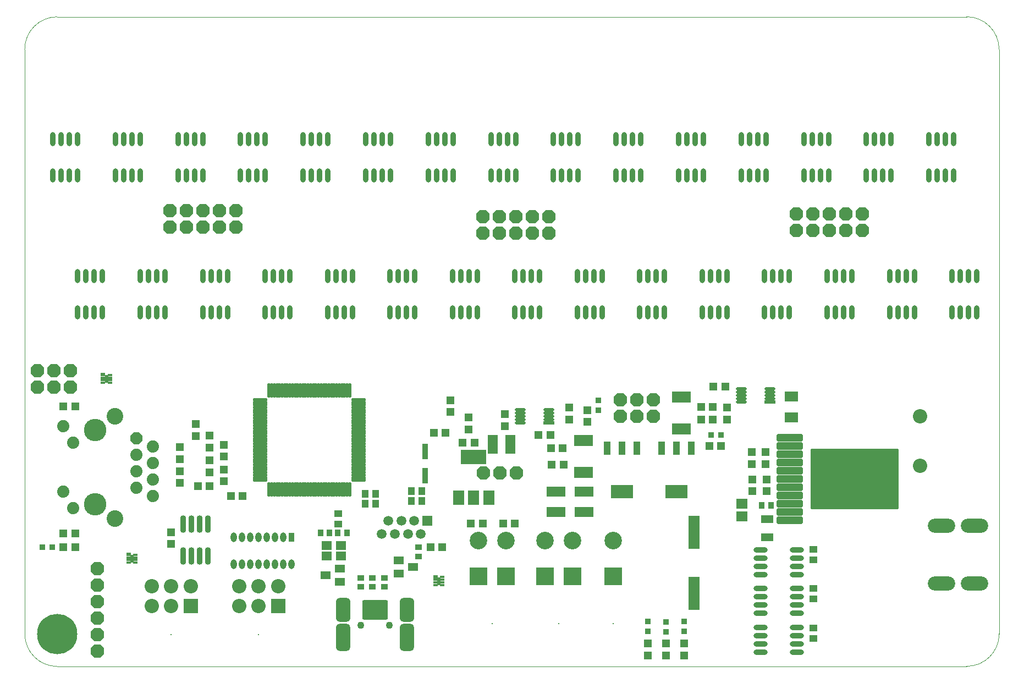
<source format=gts>
G04 Layer_Color=8388736*
%FSLAX44Y44*%
%MOMM*%
G71*
G01*
G75*
%ADD36R,1.0000X0.9000*%
%ADD63C,0.1000*%
%ADD73P,2.0345X8X292.5*%
%ADD90R,3.1750X3.0480*%
%ADD91R,0.5532X1.3032*%
%ADD92R,0.6532X0.5532*%
%ADD93R,0.6532X0.4532*%
G04:AMPARAMS|DCode=94|XSize=1.1032mm|YSize=4.1032mm|CornerRadius=0.1511mm|HoleSize=0mm|Usage=FLASHONLY|Rotation=90.000|XOffset=0mm|YOffset=0mm|HoleType=Round|Shape=RoundedRectangle|*
%AMROUNDEDRECTD94*
21,1,1.1032,3.8010,0,0,90.0*
21,1,0.8010,4.1032,0,0,90.0*
1,1,0.3022,1.9005,0.4005*
1,1,0.3022,1.9005,-0.4005*
1,1,0.3022,-1.9005,-0.4005*
1,1,0.3022,-1.9005,0.4005*
%
%ADD94ROUNDEDRECTD94*%
G04:AMPARAMS|DCode=95|XSize=9.3292mm|YSize=13.5732mm|CornerRadius=0.1472mm|HoleSize=0mm|Usage=FLASHONLY|Rotation=90.000|XOffset=0mm|YOffset=0mm|HoleType=Round|Shape=RoundedRectangle|*
%AMROUNDEDRECTD95*
21,1,9.3292,13.2787,0,0,90.0*
21,1,9.0347,13.5732,0,0,90.0*
1,1,0.2945,6.6394,4.5174*
1,1,0.2945,6.6394,-4.5174*
1,1,0.2945,-6.6394,-4.5174*
1,1,0.2945,-6.6394,4.5174*
%
%ADD95ROUNDEDRECTD95*%
%ADD96O,2.2032X0.8032*%
%ADD97O,0.8032X2.2032*%
%ADD98R,1.3032X1.3032*%
%ADD99R,1.8032X5.2032*%
%ADD100R,1.3032X1.3032*%
%ADD101R,0.9652X0.9652*%
%ADD102R,3.0032X1.6532*%
%ADD103R,1.6532X0.5032*%
%ADD104O,1.6532X0.5032*%
%ADD105R,0.9652X0.9652*%
%ADD106R,1.5032X1.2032*%
%ADD107R,1.5032X1.2032*%
%ADD108R,0.8532X2.4032*%
%ADD109O,0.9032X2.7032*%
%ADD110O,2.3032X0.5032*%
%ADD111O,0.5032X2.3032*%
%ADD112R,1.7532X1.5532*%
%ADD113R,1.9032X1.1532*%
%ADD114R,2.1032X1.5532*%
%ADD115R,0.9032X1.1032*%
%ADD116R,1.2032X1.1032*%
%ADD117R,1.6032X1.4032*%
%ADD118R,1.1032X2.1032*%
%ADD119R,3.4032X2.1032*%
G04:AMPARAMS|DCode=120|XSize=3.0032mm|YSize=0.7032mm|CornerRadius=0.2266mm|HoleSize=0mm|Usage=FLASHONLY|Rotation=270.000|XOffset=0mm|YOffset=0mm|HoleType=Round|Shape=RoundedRectangle|*
%AMROUNDEDRECTD120*
21,1,3.0032,0.2500,0,0,270.0*
21,1,2.5500,0.7032,0,0,270.0*
1,1,0.4532,-0.1250,-1.2750*
1,1,0.4532,-0.1250,1.2750*
1,1,0.4532,0.1250,1.2750*
1,1,0.4532,0.1250,-1.2750*
%
%ADD120ROUNDEDRECTD120*%
G04:AMPARAMS|DCode=121|XSize=3.7032mm|YSize=2.2532mm|CornerRadius=0.6141mm|HoleSize=0mm|Usage=FLASHONLY|Rotation=270.000|XOffset=0mm|YOffset=0mm|HoleType=Round|Shape=RoundedRectangle|*
%AMROUNDEDRECTD121*
21,1,3.7032,1.0250,0,0,270.0*
21,1,2.4750,2.2532,0,0,270.0*
1,1,1.2282,-0.5125,-1.2375*
1,1,1.2282,-0.5125,1.2375*
1,1,1.2282,0.5125,1.2375*
1,1,1.2282,0.5125,-1.2375*
%
%ADD121ROUNDEDRECTD121*%
G04:AMPARAMS|DCode=122|XSize=4.2032mm|YSize=2.2532mm|CornerRadius=0.6141mm|HoleSize=0mm|Usage=FLASHONLY|Rotation=270.000|XOffset=0mm|YOffset=0mm|HoleType=Round|Shape=RoundedRectangle|*
%AMROUNDEDRECTD122*
21,1,4.2032,1.0250,0,0,270.0*
21,1,2.9750,2.2532,0,0,270.0*
1,1,1.2282,-0.5125,-1.4875*
1,1,1.2282,-0.5125,1.4875*
1,1,1.2282,0.5125,1.4875*
1,1,1.2282,0.5125,-1.4875*
%
%ADD122ROUNDEDRECTD122*%
G04:AMPARAMS|DCode=123|XSize=3.7032mm|YSize=2.2532mm|CornerRadius=0.6141mm|HoleSize=0mm|Usage=FLASHONLY|Rotation=270.000|XOffset=0mm|YOffset=0mm|HoleType=Round|Shape=RoundedRectangle|*
%AMROUNDEDRECTD123*
21,1,3.7032,1.0250,0,0,270.0*
21,1,2.4750,2.2532,0,0,270.0*
1,1,1.2282,-0.5125,-1.2375*
1,1,1.2282,-0.5125,1.2375*
1,1,1.2282,0.5125,1.2375*
1,1,1.2282,0.5125,-1.2375*
%
%ADD123ROUNDEDRECTD123*%
%ADD124R,1.1032X1.2032*%
%ADD125R,1.6032X2.9032*%
%ADD126R,3.0032X1.5532*%
%ADD127O,0.9632X1.4732*%
%ADD128R,0.9632X1.4732*%
%ADD129R,4.0132X2.2352*%
%ADD130R,1.7272X2.2352*%
%ADD131C,2.2032*%
%ADD132C,1.5032*%
%ADD133R,1.5032X1.5032*%
%ADD134P,2.2544X8X202.5*%
%ADD135C,2.7032*%
%ADD136R,2.7032X2.7032*%
%ADD137C,0.2032*%
%ADD138O,4.2032X2.2032*%
%ADD139C,2.2032*%
%ADD140R,2.2032X2.2032*%
%ADD141P,2.2544X8X292.5*%
%ADD142C,1.1032*%
%ADD143C,6.2032*%
%ADD144C,2.5582*%
%ADD145C,1.8796*%
%ADD146C,3.4532*%
%ADD147C,0.8032*%
D36*
X605790Y-830580D02*
D03*
Y-816580D02*
D03*
X516890Y-877600D02*
D03*
Y-863600D02*
D03*
X534670D02*
D03*
Y-877600D02*
D03*
X553720D02*
D03*
Y-863600D02*
D03*
D63*
X1450128Y-999960D02*
G03*
X1500128Y-949960I0J50000D01*
G01*
X1499960Y-49872D02*
G03*
X1449960Y127I-50000J0D01*
G01*
X49872Y-40D02*
G03*
X-127Y-50040I0J-50000D01*
G01*
X40Y-950127D02*
G03*
X50040Y-1000127I50000J0D01*
G01*
X50000Y0D02*
X1450000D01*
X0Y-950000D02*
Y-50000D01*
X50000Y-1000000D02*
X1450000D01*
X1500000Y-950000D02*
Y-50000D01*
D73*
X171450Y-648970D02*
D03*
D90*
X539115Y-913130D02*
D03*
D91*
X165100Y-834390D02*
D03*
X125730Y-557530D02*
D03*
X637540Y-868680D02*
D03*
D92*
X159850Y-827890D02*
D03*
X120480Y-551030D02*
D03*
X632290Y-862180D02*
D03*
D93*
X170350Y-828390D02*
D03*
X159850Y-832390D02*
D03*
Y-836390D02*
D03*
Y-840390D02*
D03*
X170350D02*
D03*
Y-836390D02*
D03*
Y-832390D02*
D03*
X130980Y-555530D02*
D03*
Y-559530D02*
D03*
Y-563530D02*
D03*
X120480D02*
D03*
Y-559530D02*
D03*
Y-555530D02*
D03*
X130980Y-551530D02*
D03*
X642790Y-866680D02*
D03*
Y-870680D02*
D03*
Y-874680D02*
D03*
X632290D02*
D03*
Y-870680D02*
D03*
Y-866680D02*
D03*
X642790Y-862680D02*
D03*
D94*
X1177760Y-647700D02*
D03*
Y-660400D02*
D03*
Y-673100D02*
D03*
Y-685800D02*
D03*
Y-698500D02*
D03*
Y-711200D02*
D03*
Y-723900D02*
D03*
Y-736600D02*
D03*
Y-749300D02*
D03*
Y-762000D02*
D03*
Y-774700D02*
D03*
D95*
X1277260Y-711200D02*
D03*
D96*
X1132840Y-977900D02*
D03*
X1188720Y-939800D02*
D03*
Y-977900D02*
D03*
X1132840Y-952500D02*
D03*
Y-939800D02*
D03*
X1188720Y-952500D02*
D03*
X1132840Y-965200D02*
D03*
X1188720D02*
D03*
X1132840Y-858520D02*
D03*
X1188720Y-820420D02*
D03*
Y-858520D02*
D03*
X1132840Y-833120D02*
D03*
Y-820420D02*
D03*
X1188720Y-833120D02*
D03*
X1132840Y-845820D02*
D03*
X1188720D02*
D03*
X1132840Y-918210D02*
D03*
X1188720Y-880110D02*
D03*
Y-918210D02*
D03*
X1132840Y-892810D02*
D03*
Y-880110D02*
D03*
X1188720Y-892810D02*
D03*
X1132840Y-905510D02*
D03*
X1188720D02*
D03*
D97*
X1430020Y-243840D02*
D03*
X1391920Y-187960D02*
D03*
X1430020D02*
D03*
X1404620Y-243840D02*
D03*
X1391920D02*
D03*
X1404620Y-187960D02*
D03*
X1417320Y-243840D02*
D03*
Y-187960D02*
D03*
X1427480Y-398780D02*
D03*
X1465580Y-454660D02*
D03*
X1427480D02*
D03*
X1452880Y-398780D02*
D03*
X1465580D02*
D03*
X1452880Y-454660D02*
D03*
X1440180Y-398780D02*
D03*
Y-454660D02*
D03*
X1333681Y-243840D02*
D03*
X1295581Y-187960D02*
D03*
X1333681D02*
D03*
X1308281Y-243840D02*
D03*
X1295581D02*
D03*
X1308281Y-187960D02*
D03*
X1320981Y-243840D02*
D03*
Y-187960D02*
D03*
X1331346Y-398780D02*
D03*
X1369446Y-454660D02*
D03*
X1331346D02*
D03*
X1356746Y-398780D02*
D03*
X1369446D02*
D03*
X1356746Y-454660D02*
D03*
X1344046Y-398780D02*
D03*
Y-454660D02*
D03*
X1237343Y-243840D02*
D03*
X1199243Y-187960D02*
D03*
X1237343D02*
D03*
X1211943Y-243840D02*
D03*
X1199243D02*
D03*
X1211943Y-187960D02*
D03*
X1224643Y-243840D02*
D03*
Y-187960D02*
D03*
X1235213Y-398780D02*
D03*
X1273313Y-454660D02*
D03*
X1235213D02*
D03*
X1260613Y-398780D02*
D03*
X1273313D02*
D03*
X1260613Y-454660D02*
D03*
X1247913Y-398780D02*
D03*
Y-454660D02*
D03*
X1141004Y-243840D02*
D03*
X1102904Y-187960D02*
D03*
X1141004D02*
D03*
X1115604Y-243840D02*
D03*
X1102904D02*
D03*
X1115604Y-187960D02*
D03*
X1128304Y-243840D02*
D03*
Y-187960D02*
D03*
X1139079Y-398780D02*
D03*
X1177179Y-454660D02*
D03*
X1139079D02*
D03*
X1164479Y-398780D02*
D03*
X1177179D02*
D03*
X1164479Y-454660D02*
D03*
X1151779Y-398780D02*
D03*
Y-454660D02*
D03*
X1044666Y-243840D02*
D03*
X1006566Y-187960D02*
D03*
X1044666D02*
D03*
X1019266Y-243840D02*
D03*
X1006566D02*
D03*
X1019266Y-187960D02*
D03*
X1031966Y-243840D02*
D03*
Y-187960D02*
D03*
X1042946Y-398780D02*
D03*
X1081046Y-454660D02*
D03*
X1042946D02*
D03*
X1068346Y-398780D02*
D03*
X1081046D02*
D03*
X1068346Y-454660D02*
D03*
X1055646Y-398780D02*
D03*
Y-454660D02*
D03*
X948327Y-243840D02*
D03*
X910227Y-187960D02*
D03*
X948327D02*
D03*
X922927Y-243840D02*
D03*
X910227D02*
D03*
X922927Y-187960D02*
D03*
X935627Y-243840D02*
D03*
Y-187960D02*
D03*
X946812Y-398780D02*
D03*
X984912Y-454660D02*
D03*
X946812D02*
D03*
X972212Y-398780D02*
D03*
X984912D02*
D03*
X972212Y-454660D02*
D03*
X959512Y-398780D02*
D03*
Y-454660D02*
D03*
X851989Y-243840D02*
D03*
X813888Y-187960D02*
D03*
X851989D02*
D03*
X826589Y-243840D02*
D03*
X813888D02*
D03*
X826589Y-187960D02*
D03*
X839288Y-243840D02*
D03*
Y-187960D02*
D03*
X850678Y-398780D02*
D03*
X888779Y-454660D02*
D03*
X850678D02*
D03*
X876078Y-398780D02*
D03*
X888779D02*
D03*
X876078Y-454660D02*
D03*
X863379Y-398780D02*
D03*
Y-454660D02*
D03*
X755650Y-243840D02*
D03*
X717550Y-187960D02*
D03*
X755650D02*
D03*
X730250Y-243840D02*
D03*
X717550D02*
D03*
X730250Y-187960D02*
D03*
X742950Y-243840D02*
D03*
Y-187960D02*
D03*
X754545Y-398780D02*
D03*
X792645Y-454660D02*
D03*
X754545D02*
D03*
X779945Y-398780D02*
D03*
X792645D02*
D03*
X779945Y-454660D02*
D03*
X767245Y-398780D02*
D03*
Y-454660D02*
D03*
X659311Y-243840D02*
D03*
X621211Y-187960D02*
D03*
X659311D02*
D03*
X633911Y-243840D02*
D03*
X621211D02*
D03*
X633911Y-187960D02*
D03*
X646611Y-243840D02*
D03*
Y-187960D02*
D03*
X658411Y-398780D02*
D03*
X696511Y-454660D02*
D03*
X658411D02*
D03*
X683811Y-398780D02*
D03*
X696511D02*
D03*
X683811Y-454660D02*
D03*
X671111Y-398780D02*
D03*
Y-454660D02*
D03*
X562973Y-243840D02*
D03*
X524873Y-187960D02*
D03*
X562973D02*
D03*
X537573Y-243840D02*
D03*
X524873D02*
D03*
X537573Y-187960D02*
D03*
X550273Y-243840D02*
D03*
Y-187960D02*
D03*
X562278Y-398780D02*
D03*
X600378Y-454660D02*
D03*
X562278D02*
D03*
X587678Y-398780D02*
D03*
X600378D02*
D03*
X587678Y-454660D02*
D03*
X574978Y-398780D02*
D03*
Y-454660D02*
D03*
X466634Y-243840D02*
D03*
X428534Y-187960D02*
D03*
X466634D02*
D03*
X441234Y-243840D02*
D03*
X428534D02*
D03*
X441234Y-187960D02*
D03*
X453934Y-243840D02*
D03*
Y-187960D02*
D03*
X466090Y-398780D02*
D03*
X504190Y-454660D02*
D03*
X466090D02*
D03*
X491490Y-398780D02*
D03*
X504190D02*
D03*
X491490Y-454660D02*
D03*
X478790Y-398780D02*
D03*
Y-454660D02*
D03*
X370296Y-243840D02*
D03*
X332196Y-187960D02*
D03*
X370296D02*
D03*
X344896Y-243840D02*
D03*
X332196D02*
D03*
X344896Y-187960D02*
D03*
X357596Y-243840D02*
D03*
Y-187960D02*
D03*
X370011Y-398780D02*
D03*
X408111Y-454660D02*
D03*
X370011D02*
D03*
X395411Y-398780D02*
D03*
X408111D02*
D03*
X395411Y-454660D02*
D03*
X382711Y-398780D02*
D03*
Y-454660D02*
D03*
X273957Y-243840D02*
D03*
X235857Y-187960D02*
D03*
X273957D02*
D03*
X248557Y-243840D02*
D03*
X235857D02*
D03*
X248557Y-187960D02*
D03*
X261257Y-243840D02*
D03*
Y-187960D02*
D03*
X273877Y-398780D02*
D03*
X311977Y-454660D02*
D03*
X273877D02*
D03*
X299277Y-398780D02*
D03*
X311977D02*
D03*
X299277Y-454660D02*
D03*
X286577Y-398780D02*
D03*
Y-454660D02*
D03*
X177619Y-243840D02*
D03*
X139519Y-187960D02*
D03*
X177619D02*
D03*
X152219Y-243840D02*
D03*
X139519D02*
D03*
X152219Y-187960D02*
D03*
X164919Y-243840D02*
D03*
Y-187960D02*
D03*
X177744Y-398780D02*
D03*
X215844Y-454660D02*
D03*
X177744D02*
D03*
X203144Y-398780D02*
D03*
X215844D02*
D03*
X203144Y-454660D02*
D03*
X190444Y-398780D02*
D03*
Y-454660D02*
D03*
X81280Y-243840D02*
D03*
X43180Y-187960D02*
D03*
X81280D02*
D03*
X55880Y-243840D02*
D03*
X43180D02*
D03*
X55880Y-187960D02*
D03*
X68580Y-243840D02*
D03*
Y-187960D02*
D03*
X81610Y-398780D02*
D03*
X119710Y-454660D02*
D03*
X81610D02*
D03*
X107010Y-398780D02*
D03*
X119710D02*
D03*
X107010Y-454660D02*
D03*
X94310Y-398780D02*
D03*
Y-454660D02*
D03*
D98*
X238760Y-699660D02*
D03*
Y-717660D02*
D03*
X238760Y-680830D02*
D03*
Y-662830D02*
D03*
X655320Y-590440D02*
D03*
Y-608440D02*
D03*
X683260Y-635110D02*
D03*
Y-617110D02*
D03*
X1080770Y-601870D02*
D03*
Y-619870D02*
D03*
X986790Y-982980D02*
D03*
Y-964980D02*
D03*
X866140Y-623680D02*
D03*
Y-605680D02*
D03*
X284480Y-683150D02*
D03*
Y-701150D02*
D03*
X284480Y-663050D02*
D03*
Y-645050D02*
D03*
X306070Y-677020D02*
D03*
Y-659020D02*
D03*
X306070Y-697120D02*
D03*
Y-715120D02*
D03*
X262890Y-627270D02*
D03*
Y-645270D02*
D03*
X224790Y-793640D02*
D03*
Y-811640D02*
D03*
X1141730Y-712360D02*
D03*
Y-730360D02*
D03*
X1120140D02*
D03*
Y-712360D02*
D03*
X838200Y-601870D02*
D03*
Y-619870D02*
D03*
X739140Y-630030D02*
D03*
Y-612030D02*
D03*
X1014730Y-964980D02*
D03*
Y-982980D02*
D03*
X958850Y-964980D02*
D03*
Y-982980D02*
D03*
X1140460Y-670450D02*
D03*
Y-688450D02*
D03*
X1118870Y-688450D02*
D03*
Y-670450D02*
D03*
D99*
X1029970Y-887740D02*
D03*
Y-793740D02*
D03*
D100*
X77580Y-816610D02*
D03*
X59580D02*
D03*
X810150Y-664210D02*
D03*
X828150D02*
D03*
X811420Y-689610D02*
D03*
X829420D02*
D03*
X1059290Y-600710D02*
D03*
X1041290D02*
D03*
X1059290Y-619760D02*
D03*
X1041290D02*
D03*
X809100Y-643890D02*
D03*
X791100D02*
D03*
X1053990Y-660400D02*
D03*
X1071990D02*
D03*
X59580Y-599440D02*
D03*
X77580D02*
D03*
X266590Y-722630D02*
D03*
X284590D02*
D03*
X674260Y-655320D02*
D03*
X692260D02*
D03*
X624730Y-816610D02*
D03*
X642730D02*
D03*
X335390Y-737870D02*
D03*
X317390D02*
D03*
X647810Y-640080D02*
D03*
X629810D02*
D03*
X1060340Y-568960D02*
D03*
X1078340D02*
D03*
X59580Y-795020D02*
D03*
X77580D02*
D03*
X704960Y-779780D02*
D03*
X686960D02*
D03*
X736490Y-779780D02*
D03*
X754490D02*
D03*
D101*
X41910Y-816610D02*
D03*
X26670D02*
D03*
X1071880Y-643890D02*
D03*
X1056640D02*
D03*
D102*
X860280Y-652410D02*
D03*
Y-701410D02*
D03*
X1010920Y-585100D02*
D03*
Y-634100D02*
D03*
D103*
X1146810Y-593090D02*
D03*
X806450Y-624840D02*
D03*
D104*
X1146810Y-588090D02*
D03*
Y-583090D02*
D03*
Y-578090D02*
D03*
Y-573090D02*
D03*
X1102810Y-593090D02*
D03*
Y-588090D02*
D03*
Y-583090D02*
D03*
Y-578090D02*
D03*
Y-573090D02*
D03*
X762450Y-604840D02*
D03*
Y-609840D02*
D03*
Y-614840D02*
D03*
Y-619840D02*
D03*
Y-624840D02*
D03*
X806450Y-604840D02*
D03*
Y-609840D02*
D03*
Y-614840D02*
D03*
Y-619840D02*
D03*
D105*
X986790Y-932070D02*
D03*
Y-947310D02*
D03*
X882650Y-590550D02*
D03*
Y-605790D02*
D03*
X1014730Y-930800D02*
D03*
Y-946040D02*
D03*
X958850Y-930800D02*
D03*
Y-946040D02*
D03*
D106*
X485140Y-869950D02*
D03*
X463140Y-859950D02*
D03*
X597310Y-846930D02*
D03*
X575310Y-836930D02*
D03*
D107*
X485140Y-849950D02*
D03*
X575310Y-856930D02*
D03*
D108*
X616682Y-669340D02*
D03*
Y-706340D02*
D03*
D109*
X281940Y-780680D02*
D03*
X269240D02*
D03*
X256540D02*
D03*
X243840D02*
D03*
X281940Y-829680D02*
D03*
X269240D02*
D03*
X256540D02*
D03*
X243840D02*
D03*
D110*
X514150Y-589510D02*
D03*
Y-593510D02*
D03*
Y-597510D02*
D03*
Y-601510D02*
D03*
Y-605510D02*
D03*
Y-609510D02*
D03*
Y-613510D02*
D03*
Y-617510D02*
D03*
Y-621510D02*
D03*
Y-625510D02*
D03*
Y-629510D02*
D03*
Y-633510D02*
D03*
Y-637510D02*
D03*
Y-641510D02*
D03*
Y-645510D02*
D03*
Y-649510D02*
D03*
Y-653510D02*
D03*
Y-657510D02*
D03*
Y-661510D02*
D03*
Y-665510D02*
D03*
Y-669510D02*
D03*
Y-673510D02*
D03*
Y-677510D02*
D03*
Y-681510D02*
D03*
Y-685510D02*
D03*
Y-689510D02*
D03*
Y-693510D02*
D03*
Y-697510D02*
D03*
Y-701510D02*
D03*
Y-705510D02*
D03*
Y-709510D02*
D03*
Y-713510D02*
D03*
X362150D02*
D03*
Y-709510D02*
D03*
Y-705510D02*
D03*
Y-701510D02*
D03*
Y-697510D02*
D03*
Y-693510D02*
D03*
Y-689510D02*
D03*
Y-685510D02*
D03*
Y-681510D02*
D03*
Y-677510D02*
D03*
Y-673510D02*
D03*
Y-669510D02*
D03*
Y-665510D02*
D03*
Y-661510D02*
D03*
Y-657510D02*
D03*
Y-653510D02*
D03*
Y-649510D02*
D03*
Y-645510D02*
D03*
Y-641510D02*
D03*
Y-637510D02*
D03*
Y-633510D02*
D03*
Y-629510D02*
D03*
Y-625510D02*
D03*
Y-621510D02*
D03*
Y-617510D02*
D03*
Y-613510D02*
D03*
Y-609510D02*
D03*
Y-605510D02*
D03*
Y-601510D02*
D03*
Y-597510D02*
D03*
Y-593510D02*
D03*
Y-589510D02*
D03*
D111*
X500150Y-727510D02*
D03*
X496150D02*
D03*
X492150D02*
D03*
X488150D02*
D03*
X484150D02*
D03*
X480150D02*
D03*
X476150D02*
D03*
X472150D02*
D03*
X468150D02*
D03*
X464150D02*
D03*
X460150D02*
D03*
X456150D02*
D03*
X452150D02*
D03*
X448150D02*
D03*
X444150D02*
D03*
X440150D02*
D03*
X436150D02*
D03*
X432150D02*
D03*
X428150D02*
D03*
X424150D02*
D03*
X420150D02*
D03*
X416150D02*
D03*
X412150D02*
D03*
X408150D02*
D03*
X404150D02*
D03*
X400150D02*
D03*
X396150D02*
D03*
X392150D02*
D03*
X388150D02*
D03*
X384150D02*
D03*
X380150D02*
D03*
X376150D02*
D03*
Y-575510D02*
D03*
X380150D02*
D03*
X384150D02*
D03*
X388150D02*
D03*
X392150D02*
D03*
X396150D02*
D03*
X400150D02*
D03*
X404150D02*
D03*
X408150D02*
D03*
X412150D02*
D03*
X416150D02*
D03*
X420150D02*
D03*
X424150D02*
D03*
X428150D02*
D03*
X432150D02*
D03*
X436150D02*
D03*
X440150D02*
D03*
X444150D02*
D03*
X448150D02*
D03*
X452150D02*
D03*
X456150D02*
D03*
X460150D02*
D03*
X464150D02*
D03*
X468150D02*
D03*
X472150D02*
D03*
X476150D02*
D03*
X480150D02*
D03*
X484150D02*
D03*
X488150D02*
D03*
X492150D02*
D03*
X496150D02*
D03*
X500150D02*
D03*
D112*
X1103630Y-749460D02*
D03*
Y-769460D02*
D03*
D113*
X1143000Y-773400D02*
D03*
Y-801400D02*
D03*
D114*
X1179830Y-616710D02*
D03*
Y-584710D02*
D03*
D115*
X481950Y-794510D02*
D03*
X495950D02*
D03*
X469280Y-794510D02*
D03*
X455280D02*
D03*
X1134730Y-751840D02*
D03*
X1148730D02*
D03*
D116*
X482600Y-780920D02*
D03*
Y-764920D02*
D03*
X1214120Y-895730D02*
D03*
Y-879730D02*
D03*
Y-956690D02*
D03*
Y-940690D02*
D03*
Y-836040D02*
D03*
Y-820040D02*
D03*
D117*
X464410Y-814070D02*
D03*
Y-830070D02*
D03*
X486410Y-814070D02*
D03*
Y-830070D02*
D03*
D118*
X1026300Y-663730D02*
D03*
X1003300D02*
D03*
X980300D02*
D03*
X942480D02*
D03*
X919480D02*
D03*
X896480D02*
D03*
D119*
X1003300Y-730730D02*
D03*
X919480D02*
D03*
D120*
X539240Y-913130D02*
D03*
X555240D02*
D03*
X547240D02*
D03*
X523240D02*
D03*
X531240D02*
D03*
D121*
X588490Y-912880D02*
D03*
D122*
Y-955380D02*
D03*
X489990D02*
D03*
D123*
Y-912880D02*
D03*
D124*
X611250Y-730250D02*
D03*
X595250D02*
D03*
X611250Y-745490D02*
D03*
X595250D02*
D03*
X540130Y-734060D02*
D03*
X524130D02*
D03*
X540130Y-749300D02*
D03*
X524130D02*
D03*
D125*
X720310Y-657860D02*
D03*
X747810D02*
D03*
D126*
X861060Y-730760D02*
D03*
Y-762760D02*
D03*
X817880Y-730760D02*
D03*
Y-762760D02*
D03*
D127*
X321310Y-842370D02*
D03*
X334010D02*
D03*
X346710D02*
D03*
X359410D02*
D03*
X372110D02*
D03*
X384810D02*
D03*
X397510D02*
D03*
X410210D02*
D03*
X321310Y-801370D02*
D03*
X334010D02*
D03*
X346710D02*
D03*
X359410D02*
D03*
X372110D02*
D03*
X384810D02*
D03*
X397510D02*
D03*
D128*
X410210D02*
D03*
D129*
X691134Y-677418D02*
D03*
D130*
X714248Y-740410D02*
D03*
X691134D02*
D03*
X668020D02*
D03*
D131*
X1377950Y-614680D02*
D03*
Y-690880D02*
D03*
D132*
X549760Y-795970D02*
D03*
X559760Y-775970D02*
D03*
X569760Y-795970D02*
D03*
X579760Y-775970D02*
D03*
X589760Y-795970D02*
D03*
X599760Y-775970D02*
D03*
X609760Y-795970D02*
D03*
D133*
X619760Y-775970D02*
D03*
D134*
X70150Y-570230D02*
D03*
X44750Y-544830D02*
D03*
Y-570230D02*
D03*
X19350Y-544830D02*
D03*
Y-570230D02*
D03*
X70150Y-544830D02*
D03*
X223520Y-323850D02*
D03*
X299720Y-298450D02*
D03*
Y-323850D02*
D03*
X274320Y-298450D02*
D03*
Y-323850D02*
D03*
X248920Y-298450D02*
D03*
Y-323850D02*
D03*
X223520Y-298450D02*
D03*
X325120Y-323850D02*
D03*
Y-298450D02*
D03*
X1289050Y-303530D02*
D03*
Y-328930D02*
D03*
X1187450Y-303530D02*
D03*
X1212850Y-328930D02*
D03*
Y-303530D02*
D03*
X1238250Y-328930D02*
D03*
Y-303530D02*
D03*
X1263650Y-328930D02*
D03*
Y-303530D02*
D03*
X1187450Y-328930D02*
D03*
X916640Y-614680D02*
D03*
X967440Y-589280D02*
D03*
Y-614680D02*
D03*
X942040Y-589280D02*
D03*
Y-614680D02*
D03*
X916640Y-589280D02*
D03*
X704850Y-332740D02*
D03*
X781050Y-307340D02*
D03*
Y-332740D02*
D03*
X755650Y-307340D02*
D03*
Y-332740D02*
D03*
X730250Y-307340D02*
D03*
Y-332740D02*
D03*
X704850Y-307340D02*
D03*
X806450Y-332740D02*
D03*
Y-307340D02*
D03*
X706120Y-702310D02*
D03*
X731520D02*
D03*
X756920D02*
D03*
D135*
X905510Y-806060D02*
D03*
X843280D02*
D03*
X801280D02*
D03*
X740410D02*
D03*
X698410D02*
D03*
D136*
X905510Y-861060D02*
D03*
X843280D02*
D03*
X801280D02*
D03*
X740410D02*
D03*
X698410D02*
D03*
D137*
X905510Y-934060D02*
D03*
X225270Y-950780D02*
D03*
X359890D02*
D03*
X822280Y-934060D02*
D03*
X719410D02*
D03*
D138*
X1410970Y-783590D02*
D03*
X1461970D02*
D03*
Y-872490D02*
D03*
X1410970D02*
D03*
D139*
X195270Y-876780D02*
D03*
X225270D02*
D03*
X255270D02*
D03*
X195270Y-906780D02*
D03*
X225270D02*
D03*
X329890Y-876780D02*
D03*
X359890D02*
D03*
X389890D02*
D03*
X329890Y-906780D02*
D03*
X359890D02*
D03*
D140*
X255270D02*
D03*
X389890D02*
D03*
D141*
X111760Y-849630D02*
D03*
Y-976630D02*
D03*
Y-875030D02*
D03*
Y-951230D02*
D03*
Y-900430D02*
D03*
Y-925830D02*
D03*
D142*
X561240Y-936380D02*
D03*
X517240D02*
D03*
D143*
X50000Y-950000D02*
D03*
D144*
X138450Y-772170D02*
D03*
Y-614670D02*
D03*
D145*
X74150Y-756670D02*
D03*
X58950Y-731270D02*
D03*
X74150Y-655570D02*
D03*
X58950Y-630170D02*
D03*
X196850Y-661670D02*
D03*
Y-687070D02*
D03*
X171450Y-699770D02*
D03*
Y-725170D02*
D03*
X196850Y-737870D02*
D03*
X171450Y-674370D02*
D03*
X196850Y-712470D02*
D03*
D146*
X107950Y-636270D02*
D03*
Y-750570D02*
D03*
D147*
X1242060Y-704003D02*
D03*
Y-692150D02*
D03*
Y-715857D02*
D03*
Y-727710D02*
D03*
X1254125Y-728133D02*
D03*
Y-716280D02*
D03*
Y-692573D02*
D03*
Y-704427D02*
D03*
X1266190Y-728133D02*
D03*
Y-716280D02*
D03*
Y-692573D02*
D03*
Y-704427D02*
D03*
X1278255Y-728133D02*
D03*
Y-716280D02*
D03*
Y-692573D02*
D03*
Y-704427D02*
D03*
X1290320Y-728133D02*
D03*
Y-716280D02*
D03*
Y-692573D02*
D03*
Y-704427D02*
D03*
X1302385Y-728133D02*
D03*
Y-716280D02*
D03*
Y-692573D02*
D03*
Y-704427D02*
D03*
X1314450Y-728133D02*
D03*
Y-716280D02*
D03*
Y-692573D02*
D03*
Y-704427D02*
D03*
M02*

</source>
